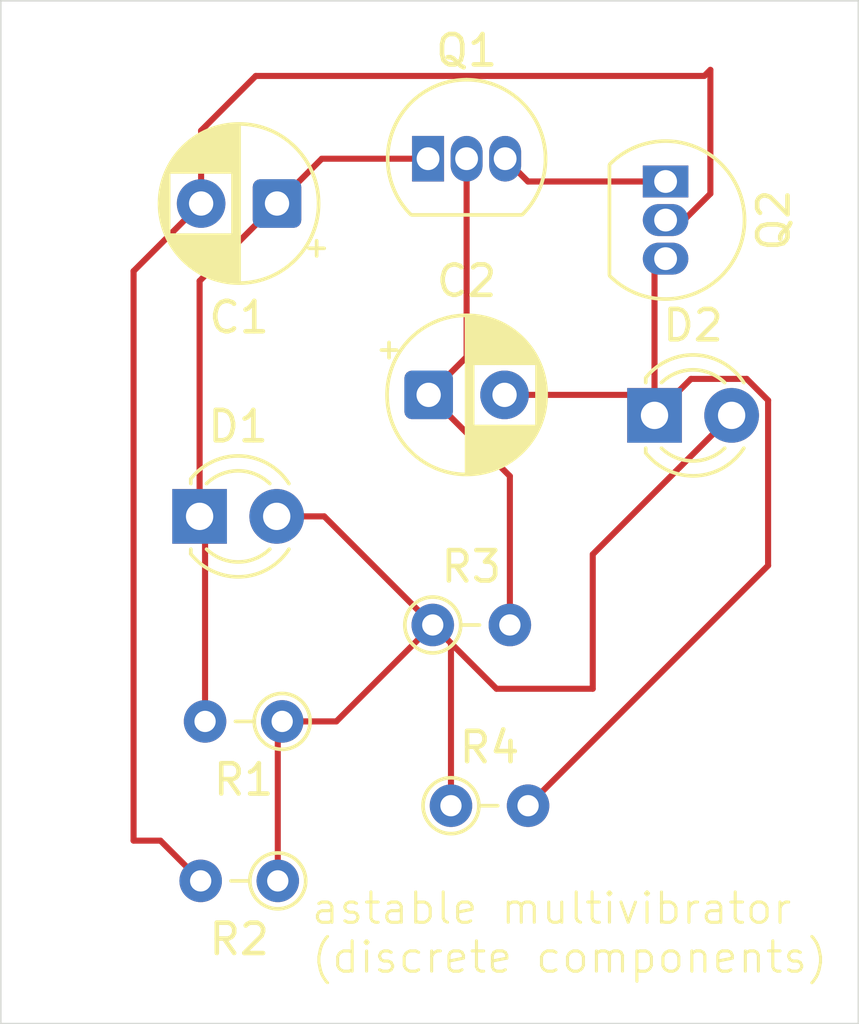
<source format=kicad_pcb>
(kicad_pcb (version 20241229) (generator "pcbnew") (generator_version "9.0")
  (layers (0 "F.Cu" signal) (2 "B.Cu" signal) (13 "F.Paste" user) (15 "B.Paste" user) (5 "F.SilkS" user "F.Silkscreen") (7 "B.SilkS" user "B.Silkscreen") (1 "F.Mask" user) (3 "B.Mask" user) (25 "Edge.Cuts" user))
  (net 0 "")
  (net 1 "+3.7v")
  (net 2 "Net-(D1-K)")
  (net 3 "Net-(Q2-B)")
  (net 4 "Net-(Q1-B)")
  (net 5 "Net-(D2-K)")
  (net 6 "GND")
  (footprint "Package_TO_SOT_THT:TO-92_Inline" (layer "F.Cu") (at 151.375 66.825 -90)
    (property "Reference" "Q2" (at 1.27 -3.56 90) (layer "F.SilkS"))
    (property "Value" "2N3904")
    (fp_line (start -0.53 1.85) (end 3.07 1.85) (stroke (width 0.12)) (layer "F.SilkS"))
    (fp_arc (start -0.568478 1.838478) (mid -1.132087 -0.994977) (end 1.27 -2.6) (stroke (width 0.12)) (layer "F.SilkS"))
    (fp_arc (start 1.27 -2.6) (mid 3.672087 -0.994977) (end 3.108478 1.838478) (stroke (width 0.12)) (layer "F.SilkS"))
    (pad "1" thru_hole rect (at 0 0 270) (size 1.05 1.5) (drill 0.75) (layers "*.Cu" "*.Mask") (net 6 "GND"))
    (pad "2" thru_hole oval (at 1.27 0 270) (size 1.05 1.5) (drill 0.75) (layers "*.Cu" "*.Mask") (net 3 "Net-(Q2-B)"))
    (pad "3" thru_hole oval (at 2.54 0 270) (size 1.05 1.5) (drill 0.75) (layers "*.Cu" "*.Mask") (net 5 "Net-(D2-K)"))
  )
  (footprint "Package_TO_SOT_THT:TO-92_Inline" (layer "F.Cu") (at 143.55 66.075)
    (property "Reference" "Q1" (at 1.27 -3.56 0) (layer "F.SilkS"))
    (property "Value" "2N3904")
    (fp_line (start -0.53 1.85) (end 3.07 1.85) (stroke (width 0.12)) (layer "F.SilkS"))
    (fp_arc (start -0.568478 1.838478) (mid -1.132087 -0.994977) (end 1.27 -2.6) (stroke (width 0.12)) (layer "F.SilkS"))
    (fp_arc (start 1.27 -2.6) (mid 3.672087 -0.994977) (end 3.108478 1.838478) (stroke (width 0.12)) (layer "F.SilkS"))
    (pad "1" thru_hole rect (at 0 0) (size 1.05 1.5) (drill 0.75) (layers "*.Cu" "*.Mask") (net 2 "Net-(D1-K)"))
    (pad "2" thru_hole oval (at 1.27 0) (size 1.05 1.5) (drill 0.75) (layers "*.Cu" "*.Mask") (net 4 "Net-(Q1-B)"))
    (pad "3" thru_hole oval (at 2.54 0) (size 1.05 1.5) (drill 0.75) (layers "*.Cu" "*.Mask") (net 6 "GND"))
  )
  (footprint "Resistor_THT:R_Axial_DIN0204_L3.6mm_D1.6mm_P2.54mm_Vertical" (layer "F.Cu") (at 138.745 84.6 180)
    (property "Reference" "R1" (at 1.27 -1.92 0) (layer "F.SilkS"))
    (property "Value" "1K")
    (fp_line (start 0.92 0) (end 1.54 0) (stroke (width 0.12)) (layer "F.SilkS"))
    (fp_circle (center 0 0) (end 0.92 0) (stroke (width 0.12)) (fill no) (layer "F.SilkS"))
    (pad "1" thru_hole circle (at 0 0 180) (size 1.4 1.4) (drill 0.7) (layers "*.Cu" "*.Mask") (net 1 "+3.7v"))
    (pad "2" thru_hole circle (at 2.54 0 180) (size 1.4 1.4) (drill 0.7) (layers "*.Cu" "*.Mask") (net 2 "Net-(D1-K)"))
  )
  (footprint "Resistor_THT:R_Axial_DIN0204_L3.6mm_D1.6mm_P2.54mm_Vertical" (layer "F.Cu") (at 143.705 81.425)
    (property "Reference" "R3" (at 1.27 -1.92 0) (layer "F.SilkS"))
    (property "Value" "5K")
    (fp_line (start 0.92 0) (end 1.54 0) (stroke (width 0.12)) (layer "F.SilkS"))
    (fp_circle (center 0 0) (end 0.92 0) (stroke (width 0.12)) (fill no) (layer "F.SilkS"))
    (pad "1" thru_hole circle (at 0 0) (size 1.4 1.4) (drill 0.7) (layers "*.Cu" "*.Mask") (net 1 "+3.7v"))
    (pad "2" thru_hole circle (at 2.54 0) (size 1.4 1.4) (drill 0.7) (layers "*.Cu" "*.Mask") (net 4 "Net-(Q1-B)"))
  )
  (footprint "LED_THT:LED_D3.0mm" (layer "F.Cu") (at 151.01 74.525)
    (property "Reference" "D2" (at 1.27 -2.96 0) (layer "F.SilkS"))
    (property "Value" "LED")
    (fp_line (start -0.29 -1.236) (end -0.29 -1.08) (stroke (width 0.12)) (layer "F.SilkS"))
    (fp_line (start -0.29 1.08) (end -0.29 1.236) (stroke (width 0.12)) (layer "F.SilkS"))
    (fp_arc (start -0.29 -1.235516) (mid 1.36566 -1.987699) (end 2.941437 -1.08) (stroke (width 0.12)) (layer "F.SilkS"))
    (fp_arc (start 0.229039 -1.08) (mid 1.27 -1.5) (end 2.310961 -1.08) (stroke (width 0.12)) (layer "F.SilkS"))
    (fp_arc (start 2.310961 1.08) (mid 1.27 1.5) (end 0.229039 1.08) (stroke (width 0.12)) (layer "F.SilkS"))
    (fp_arc (start 2.941437 1.08) (mid 1.36566 1.987699) (end -0.29 1.235516) (stroke (width 0.12)) (layer "F.SilkS"))
    (pad "1" thru_hole rect (at 0 0) (size 1.8 1.8) (drill 0.9) (layers "*.Cu" "*.Mask") (net 5 "Net-(D2-K)"))
    (pad "2" thru_hole circle (at 2.54 0) (size 1.8 1.8) (drill 0.9) (layers "*.Cu" "*.Mask") (net 1 "+3.7v"))
  )
  (footprint "LED_THT:LED_D3.0mm" (layer "F.Cu") (at 136.025 77.85)
    (property "Reference" "D1" (at 1.27 -2.96 0) (layer "F.SilkS"))
    (property "Value" "LED")
    (fp_line (start -0.29 -1.236) (end -0.29 -1.08) (stroke (width 0.12)) (layer "F.SilkS"))
    (fp_line (start -0.29 1.08) (end -0.29 1.236) (stroke (width 0.12)) (layer "F.SilkS"))
    (fp_arc (start -0.29 -1.235516) (mid 1.36566 -1.987699) (end 2.941437 -1.08) (stroke (width 0.12)) (layer "F.SilkS"))
    (fp_arc (start 0.229039 -1.08) (mid 1.27 -1.5) (end 2.310961 -1.08) (stroke (width 0.12)) (layer "F.SilkS"))
    (fp_arc (start 2.310961 1.08) (mid 1.27 1.5) (end 0.229039 1.08) (stroke (width 0.12)) (layer "F.SilkS"))
    (fp_arc (start 2.941437 1.08) (mid 1.36566 1.987699) (end -0.29 1.235516) (stroke (width 0.12)) (layer "F.SilkS"))
    (pad "1" thru_hole rect (at 0 0) (size 1.8 1.8) (drill 0.9) (layers "*.Cu" "*.Mask") (net 2 "Net-(D1-K)"))
    (pad "2" thru_hole circle (at 2.54 0) (size 1.8 1.8) (drill 0.9) (layers "*.Cu" "*.Mask") (net 1 "+3.7v"))
  )
  (footprint "Resistor_THT:R_Axial_DIN0204_L3.6mm_D1.6mm_P2.54mm_Vertical" (layer "F.Cu") (at 144.305 87.375)
    (property "Reference" "R4" (at 1.27 -1.92 0) (layer "F.SilkS"))
    (property "Value" "1K")
    (fp_line (start 0.92 0) (end 1.54 0) (stroke (width 0.12)) (layer "F.SilkS"))
    (fp_circle (center 0 0) (end 0.92 0) (stroke (width 0.12)) (fill no) (layer "F.SilkS"))
    (pad "1" thru_hole circle (at 0 0) (size 1.4 1.4) (drill 0.7) (layers "*.Cu" "*.Mask") (net 1 "+3.7v"))
    (pad "2" thru_hole circle (at 2.54 0) (size 1.4 1.4) (drill 0.7) (layers "*.Cu" "*.Mask") (net 5 "Net-(D2-K)"))
  )
  (footprint "Resistor_THT:R_Axial_DIN0204_L3.6mm_D1.6mm_P2.54mm_Vertical" (layer "F.Cu") (at 138.6 89.85 180)
    (property "Reference" "R2" (at 1.27 -1.92 0) (layer "F.SilkS"))
    (property "Value" "5K")
    (fp_line (start 0.92 0) (end 1.54 0) (stroke (width 0.12)) (layer "F.SilkS"))
    (fp_circle (center 0 0) (end 0.92 0) (stroke (width 0.12)) (fill no) (layer "F.SilkS"))
    (pad "1" thru_hole circle (at 0 0 180) (size 1.4 1.4) (drill 0.7) (layers "*.Cu" "*.Mask") (net 1 "+3.7v"))
    (pad "2" thru_hole circle (at 2.54 0 180) (size 1.4 1.4) (drill 0.7) (layers "*.Cu" "*.Mask") (net 3 "Net-(Q2-B)"))
  )
  (footprint "Capacitor_THT:CP_Radial_D5.0mm_P2.50mm" (layer "F.Cu") (at 143.569888 73.85)
    (property "Reference" "C2" (at 1.25 -3.75 0) (layer "F.SilkS"))
    (property "Value" "220uF")
    (fp_line (start -1.554775 -1.475) (end -1.054775 -1.475) (stroke (width 0.12)) (layer "F.SilkS"))
    (fp_line (start -1.304775 -1.725) (end -1.304775 -1.225) (stroke (width 0.12)) (layer "F.SilkS"))
    (fp_line (start 1.25 -2.58) (end 1.25 2.58) (stroke (width 0.12)) (layer "F.SilkS"))
    (fp_line (start 1.29 -2.58) (end 1.29 2.58) (stroke (width 0.12)) (layer "F.SilkS"))
    (fp_line (start 1.33 -2.579) (end 1.33 2.579) (stroke (width 0.12)) (layer "F.SilkS"))
    (fp_line (start 1.37 -2.577) (end 1.37 2.577) (stroke (width 0.12)) (layer "F.SilkS"))
    (fp_line (start 1.41 -2.575) (end 1.41 2.575) (stroke (width 0.12)) (layer "F.SilkS"))
    (fp_line (start 1.45 -2.572) (end 1.45 2.572) (stroke (width 0.12)) (layer "F.SilkS"))
    (fp_line (start 1.49 -2.569) (end 1.49 -1.04) (stroke (width 0.12)) (layer "F.SilkS"))
    (fp_line (start 1.49 1.04) (end 1.49 2.569) (stroke (width 0.12)) (layer "F.SilkS"))
    (fp_line (start 1.53 -2.565) (end 1.53 -1.04) (stroke (width 0.12)) (layer "F.SilkS"))
    (fp_line (start 1.53 1.04) (end 1.53 2.565) (stroke (width 0.12)) (layer "F.SilkS"))
    (fp_line (start 1.57 -2.56) (end 1.57 -1.04) (stroke (width 0.12)) (layer "F.SilkS"))
    (fp_line (start 1.57 1.04) (end 1.57 2.56) (stroke (width 0.12)) (layer "F.SilkS"))
    (fp_line (start 1.61 -2.555) (end 1.61 -1.04) (stroke (width 0.12)) (layer "F.SilkS"))
    (fp_line (start 1.61 1.04) (end 1.61 2.555) (stroke (width 0.12)) (layer "F.SilkS"))
    (fp_line (start 1.65 -2.549) (end 1.65 -1.04) (stroke (width 0.12)) (layer "F.SilkS"))
    (fp_line (start 1.65 1.04) (end 1.65 2.549) (stroke (width 0.12)) (layer "F.SilkS"))
    (fp_line (start 1.69 -2.543) (end 1.69 -1.04) (stroke (width 0.12)) (layer "F.SilkS"))
    (fp_line (start 1.69 1.04) (end 1.69 2.543) (stroke (width 0.12)) (layer "F.SilkS"))
    (fp_line (start 1.73 -2.536) (end 1.73 -1.04) (stroke (width 0.12)) (layer "F.SilkS"))
    (fp_line (start 1.73 1.04) (end 1.73 2.536) (stroke (width 0.12)) (layer "F.SilkS"))
    (fp_line (start 1.77 -2.528) (end 1.77 -1.04) (stroke (width 0.12)) (layer "F.SilkS"))
    (fp_line (start 1.77 1.04) (end 1.77 2.528) (stroke (width 0.12)) (layer "F.SilkS"))
    (fp_line (start 1.81 -2.519) (end 1.81 -1.04) (stroke (width 0.12)) (layer "F.SilkS"))
    (fp_line (start 1.81 1.04) (end 1.81 2.519) (stroke (width 0.12)) (layer "F.SilkS"))
    (fp_line (start 1.85 -2.51) (end 1.85 -1.04) (stroke (width 0.12)) (layer "F.SilkS"))
    (fp_line (start 1.85 1.04) (end 1.85 2.51) (stroke (width 0.12)) (layer "F.SilkS"))
    (fp_line (start 1.89 -2.501) (end 1.89 -1.04) (stroke (width 0.12)) (layer "F.SilkS"))
    (fp_line (start 1.89 1.04) (end 1.89 2.501) (stroke (width 0.12)) (layer "F.SilkS"))
    (fp_line (start 1.93 -2.49) (end 1.93 -1.04) (stroke (width 0.12)) (layer "F.SilkS"))
    (fp_line (start 1.93 1.04) (end 1.93 2.49) (stroke (width 0.12)) (layer "F.SilkS"))
    (fp_line (start 1.97 -2.479) (end 1.97 -1.04) (stroke (width 0.12)) (layer "F.SilkS"))
    (fp_line (start 1.97 1.04) (end 1.97 2.479) (stroke (width 0.12)) (layer "F.SilkS"))
    (fp_line (start 2.01 -2.467) (end 2.01 -1.04) (stroke (width 0.12)) (layer "F.SilkS"))
    (fp_line (start 2.01 1.04) (end 2.01 2.467) (stroke (width 0.12)) (layer "F.SilkS"))
    (fp_line (start 2.05 -2.455) (end 2.05 -1.04) (stroke (width 0.12)) (layer "F.SilkS"))
    (fp_line (start 2.05 1.04) (end 2.05 2.455) (stroke (width 0.12)) (layer "F.SilkS"))
    (fp_line (start 2.09 -2.442) (end 2.09 -1.04) (stroke (width 0.12)) (layer "F.SilkS"))
    (fp_line (start 2.09 1.04) (end 2.09 2.442) (stroke (width 0.12)) (layer "F.SilkS"))
    (fp_line (start 2.13 -2.428) (end 2.13 -1.04) (stroke (width 0.12)) (layer "F.SilkS"))
    (fp_line (start 2.13 1.04) (end 2.13 2.428) (stroke (width 0.12)) (layer "F.SilkS"))
    (fp_line (start 2.17 -2.413) (end 2.17 -1.04) (stroke (width 0.12)) (layer "F.SilkS"))
    (fp_line (start 2.17 1.04) (end 2.17 2.413) (stroke (width 0.12)) (layer "F.SilkS"))
    (fp_line (start 2.21 -2.398) (end 2.21 -1.04) (stroke (width 0.12)) (layer "F.SilkS"))
    (fp_line (start 2.21 1.04) (end 2.21 2.398) (stroke (width 0.12)) (layer "F.SilkS"))
    (fp_line (start 2.25 -2.382) (end 2.25 -1.04) (stroke (width 0.12)) (layer "F.SilkS"))
    (fp_line (start 2.25 1.04) (end 2.25 2.382) (stroke (width 0.12)) (layer "F.SilkS"))
    (fp_line (start 2.29 -2.365) (end 2.29 -1.04) (stroke (width 0.12)) (layer "F.SilkS"))
    (fp_line (start 2.29 1.04) (end 2.29 2.365) (stroke (width 0.12)) (layer "F.SilkS"))
    (fp_line (start 2.33 -2.347) (end 2.33 -1.04) (stroke (width 0.12)) (layer "F.SilkS"))
    (fp_line (start 2.33 1.04) (end 2.33 2.347) (stroke (width 0.12)) (layer "F.SilkS"))
    (fp_line (start 2.37 -2.329) (end 2.37 -1.04) (stroke (width 0.12)) (layer "F.SilkS"))
    (fp_line (start 2.37 1.04) (end 2.37 2.329) (stroke (width 0.12)) (layer "F.SilkS"))
    (fp_line (start 2.41 -2.309) (end 2.41 -1.04) (stroke (width 0.12)) (layer "F.SilkS"))
    (fp_line (start 2.41 1.04) (end 2.41 2.309) (stroke (width 0.12)) (layer "F.SilkS"))
    (fp_line (start 2.45 -2.289) (end 2.45 -1.04) (stroke (width 0.12)) (layer "F.SilkS"))
    (fp_line (start 2.45 1.04) (end 2.45 2.289) (stroke (width 0.12)) (layer "F.SilkS"))
    (fp_line (start 2.49 -2.268) (end 2.49 -1.04) (stroke (width 0.12)) (layer "F.SilkS"))
    (fp_line (start 2.49 1.04) (end 2.49 2.268) (stroke (width 0.12)) (layer "F.SilkS"))
    (fp_line (start 2.53 -2.246) (end 2.53 -1.04) (stroke (width 0.12)) (layer "F.SilkS"))
    (fp_line (start 2.53 1.04) (end 2.53 2.246) (stroke (width 0.12)) (layer "F.SilkS"))
    (fp_line (start 2.57 -2.223) (end 2.57 -1.04) (stroke (width 0.12)) (layer "F.SilkS"))
    (fp_line (start 2.57 1.04) (end 2.57 2.223) (stroke (width 0.12)) (layer "F.SilkS"))
    (fp_line (start 2.61 -2.199) (end 2.61 -1.04) (stroke (width 0.12)) (layer "F.SilkS"))
    (fp_line (start 2.61 1.04) (end 2.61 2.199) (stroke (width 0.12)) (layer "F.SilkS"))
    (fp_line (start 2.65 -2.175) (end 2.65 -1.04) (stroke (width 0.12)) (layer "F.SilkS"))
    (fp_line (start 2.65 1.04) (end 2.65 2.175) (stroke (width 0.12)) (layer "F.SilkS"))
    (fp_line (start 2.69 -2.149) (end 2.69 -1.04) (stroke (width 0.12)) (layer "F.SilkS"))
    (fp_line (start 2.69 1.04) (end 2.69 2.149) (stroke (width 0.12)) (layer "F.SilkS"))
    (fp_line (start 2.73 -2.122) (end 2.73 -1.04) (stroke (width 0.12)) (layer "F.SilkS"))
    (fp_line (start 2.73 1.04) (end 2.73 2.122) (stroke (width 0.12)) (layer "F.SilkS"))
    (fp_line (start 2.77 -2.094) (end 2.77 -1.04) (stroke (width 0.12)) (layer "F.SilkS"))
    (fp_line (start 2.77 1.04) (end 2.77 2.094) (stroke (width 0.12)) (layer "F.SilkS"))
    (fp_line (start 2.81 -2.065) (end 2.81 -1.04) (stroke (width 0.12)) (layer "F.SilkS"))
    (fp_line (start 2.81 1.04) (end 2.81 2.065) (stroke (width 0.12)) (layer "F.SilkS"))
    (fp_line (start 2.85 -2.035) (end 2.85 -1.04) (stroke (width 0.12)) (layer "F.SilkS"))
    (fp_line (start 2.85 1.04) (end 2.85 2.035) (stroke (width 0.12)) (layer "F.SilkS"))
    (fp_line (start 2.89 -2.003) (end 2.89 -1.04) (stroke (width 0.12)) (layer "F.SilkS"))
    (fp_line (start 2.89 1.04) (end 2.89 2.003) (stroke (width 0.12)) (layer "F.SilkS"))
    (fp_line (start 2.93 -1.97) (end 2.93 -1.04) (stroke (width 0.12)) (layer "F.SilkS"))
    (fp_line (start 2.93 1.04) (end 2.93 1.97) (stroke (width 0.12)) (layer "F.SilkS"))
    (fp_line (start 2.97 -1.936) (end 2.97 -1.04) (stroke (width 0.12)) (layer "F.SilkS"))
    (fp_line (start 2.97 1.04) (end 2.97 1.936) (stroke (width 0.12)) (layer "F.SilkS"))
    (fp_line (start 3.01 -1.901) (end 3.01 -1.04) (stroke (width 0.12)) (layer "F.SilkS"))
    (fp_line (start 3.01 1.04) (end 3.01 1.901) (stroke (width 0.12)) (layer "F.SilkS"))
    (fp_line (start 3.05 -1.864) (end 3.05 -1.04) (stroke (width 0.12)) (layer "F.SilkS"))
    (fp_line (start 3.05 1.04) (end 3.05 1.864) (stroke (width 0.12)) (layer "F.SilkS"))
    (fp_line (start 3.09 -1.825) (end 3.09 -1.04) (stroke (width 0.12)) (layer "F.SilkS"))
    (fp_line (start 3.09 1.04) (end 3.09 1.825) (stroke (width 0.12)) (layer "F.SilkS"))
    (fp_line (start 3.13 -1.785) (end 3.13 -1.04) (stroke (width 0.12)) (layer "F.SilkS"))
    (fp_line (start 3.13 1.04) (end 3.13 1.785) (stroke (width 0.12)) (layer "F.SilkS"))
    (fp_line (start 3.17 -1.743) (end 3.17 -1.04) (stroke (width 0.12)) (layer "F.SilkS"))
    (fp_line (start 3.17 1.04) (end 3.17 1.743) (stroke (width 0.12)) (layer "F.SilkS"))
    (fp_line (start 3.21 -1.699) (end 3.21 -1.04) (stroke (width 0.12)) (layer "F.SilkS"))
    (fp_line (start 3.21 1.04) (end 3.21 1.699) (stroke (width 0.12)) (layer "F.SilkS"))
    (fp_line (start 3.25 -1.652) (end 3.25 -1.04) (stroke (width 0.12)) (layer "F.SilkS"))
    (fp_line (start 3.25 1.04) (end 3.25 1.652) (stroke (width 0.12)) (layer "F.SilkS"))
    (fp_line (start 3.29 -1.604) (end 3.29 -1.04) (stroke (width 0.12)) (layer "F.SilkS"))
    (fp_line (start 3.29 1.04) (end 3.29 1.604) (stroke (width 0.12)) (layer "F.SilkS"))
    (fp_line (start 3.33 -1.553) (end 3.33 -1.04) (stroke (width 0.12)) (layer "F.SilkS"))
    (fp_line (start 3.33 1.04) (end 3.33 1.553) (stroke (width 0.12)) (layer "F.SilkS"))
    (fp_line (start 3.37 -1.499) (end 3.37 -1.04) (stroke (width 0.12)) (layer "F.SilkS"))
    (fp_line (start 3.37 1.04) (end 3.37 1.499) (stroke (width 0.12)) (layer "F.SilkS"))
    (fp_line (start 3.41 -1.443) (end 3.41 -1.04) (stroke (width 0.12)) (layer "F.SilkS"))
    (fp_line (start 3.41 1.04) (end 3.41 1.443) (stroke (width 0.12)) (layer "F.SilkS"))
    (fp_line (start 3.45 -1.383) (end 3.45 -1.04) (stroke (width 0.12)) (layer "F.SilkS"))
    (fp_line (start 3.45 1.04) (end 3.45 1.383) (stroke (width 0.12)) (layer "F.SilkS"))
    (fp_line (start 3.49 -1.319) (end 3.49 -1.04) (stroke (width 0.12)) (layer "F.SilkS"))
    (fp_line (start 3.49 1.04) (end 3.49 1.319) (stroke (width 0.12)) (layer "F.SilkS"))
    (fp_line (start 3.53 -1.251) (end 3.53 -1.04) (stroke (width 0.12)) (layer "F.SilkS"))
    (fp_line (start 3.53 1.04) (end 3.53 1.251) (stroke (width 0.12)) (layer "F.SilkS"))
    (fp_line (start 3.57 -1.177) (end 3.57 1.177) (stroke (width 0.12)) (layer "F.SilkS"))
    (fp_line (start 3.61 -1.098) (end 3.61 1.098) (stroke (width 0.12)) (layer "F.SilkS"))
    (fp_line (start 3.65 -1.011) (end 3.65 1.011) (stroke (width 0.12)) (layer "F.SilkS"))
    (fp_line (start 3.69 -0.914) (end 3.69 0.914) (stroke (width 0.12)) (layer "F.SilkS"))
    (fp_line (start 3.73 -0.805) (end 3.73 0.805) (stroke (width 0.12)) (layer "F.SilkS"))
    (fp_line (start 3.77 -0.677) (end 3.77 0.677) (stroke (width 0.12)) (layer "F.SilkS"))
    (fp_line (start 3.81 -0.517) (end 3.81 0.517) (stroke (width 0.12)) (layer "F.SilkS"))
    (fp_line (start 3.85 -0.283) (end 3.85 0.283) (stroke (width 0.12)) (layer "F.SilkS"))
    (fp_circle (center 1.25 0) (end 3.87 0) (stroke (width 0.12)) (fill no) (layer "F.SilkS"))
    (pad "1" thru_hole roundrect (at 0 0) (size 1.6 1.6) (drill 0.8) (layers "*.Cu" "*.Mask") (roundrect_rratio 0.15625) (net 4 "Net-(Q1-B)"))
    (pad "2" thru_hole circle (at 2.5 0) (size 1.6 1.6) (drill 0.8) (layers "*.Cu" "*.Mask") (net 5 "Net-(D2-K)"))
  )
  (footprint "Capacitor_THT:CP_Radial_D5.0mm_P2.50mm" (layer "F.Cu") (at 138.575 67.55 180)
    (property "Reference" "C1" (at 1.25 -3.75 0) (layer "F.SilkS"))
    (property "Value" "220uF")
    (fp_line (start 3.85 -0.283) (end 3.85 0.283) (stroke (width 0.12)) (layer "F.SilkS"))
    (fp_line (start 3.81 -0.517) (end 3.81 0.517) (stroke (width 0.12)) (layer "F.SilkS"))
    (fp_line (start 3.77 -0.677) (end 3.77 0.677) (stroke (width 0.12)) (layer "F.SilkS"))
    (fp_line (start 3.73 -0.805) (end 3.73 0.805) (stroke (width 0.12)) (layer "F.SilkS"))
    (fp_line (start 3.69 -0.914) (end 3.69 0.914) (stroke (width 0.12)) (layer "F.SilkS"))
    (fp_line (start 3.65 -1.011) (end 3.65 1.011) (stroke (width 0.12)) (layer "F.SilkS"))
    (fp_line (start 3.61 -1.098) (end 3.61 1.098) (stroke (width 0.12)) (layer "F.SilkS"))
    (fp_line (start 3.57 -1.177) (end 3.57 1.177) (stroke (width 0.12)) (layer "F.SilkS"))
    (fp_line (start 3.53 1.04) (end 3.53 1.251) (stroke (width 0.12)) (layer "F.SilkS"))
    (fp_line (start 3.53 -1.251) (end 3.53 -1.04) (stroke (width 0.12)) (layer "F.SilkS"))
    (fp_line (start 3.49 1.04) (end 3.49 1.319) (stroke (width 0.12)) (layer "F.SilkS"))
    (fp_line (start 3.49 -1.319) (end 3.49 -1.04) (stroke (width 0.12)) (layer "F.SilkS"))
    (fp_line (start 3.45 1.04) (end 3.45 1.383) (stroke (width 0.12)) (layer "F.SilkS"))
    (fp_line (start 3.45 -1.383) (end 3.45 -1.04) (stroke (width 0.12)) (layer "F.SilkS"))
    (fp_line (start 3.41 1.04) (end 3.41 1.443) (stroke (width 0.12)) (layer "F.SilkS"))
    (fp_line (start 3.41 -1.443) (end 3.41 -1.04) (stroke (width 0.12)) (layer "F.SilkS"))
    (fp_line (start 3.37 1.04) (end 3.37 1.499) (stroke (width 0.12)) (layer "F.SilkS"))
    (fp_line (start 3.37 -1.499) (end 3.37 -1.04) (stroke (width 0.12)) (layer "F.SilkS"))
    (fp_line (start 3.33 1.04) (end 3.33 1.553) (stroke (width 0.12)) (layer "F.SilkS"))
    (fp_line (start 3.33 -1.553) (end 3.33 -1.04) (stroke (width 0.12)) (layer "F.SilkS"))
    (fp_line (start 3.29 1.04) (end 3.29 1.604) (stroke (width 0.12)) (layer "F.SilkS"))
    (fp_line (start 3.29 -1.604) (end 3.29 -1.04) (stroke (width 0.12)) (layer "F.SilkS"))
    (fp_line (start 3.25 1.04) (end 3.25 1.652) (stroke (width 0.12)) (layer "F.SilkS"))
    (fp_line (start 3.25 -1.652) (end 3.25 -1.04) (stroke (width 0.12)) (layer "F.SilkS"))
    (fp_line (start 3.21 1.04) (end 3.21 1.699) (stroke (width 0.12)) (layer "F.SilkS"))
    (fp_line (start 3.21 -1.699) (end 3.21 -1.04) (stroke (width 0.12)) (layer "F.SilkS"))
    (fp_line (start 3.17 1.04) (end 3.17 1.743) (stroke (width 0.12)) (layer "F.SilkS"))
    (fp_line (start 3.17 -1.743) (end 3.17 -1.04) (stroke (width 0.12)) (layer "F.SilkS"))
    (fp_line (start 3.13 1.04) (end 3.13 1.785) (stroke (width 0.12)) (layer "F.SilkS"))
    (fp_line (start 3.13 -1.785) (end 3.13 -1.04) (stroke (width 0.12)) (layer "F.SilkS"))
    (fp_line (start 3.09 1.04) (end 3.09 1.825) (stroke (width 0.12)) (layer "F.SilkS"))
    (fp_line (start 3.09 -1.825) (end 3.09 -1.04) (stroke (width 0.12)) (layer "F.SilkS"))
    (fp_line (start 3.05 1.04) (end 3.05 1.864) (stroke (width 0.12)) (layer "F.SilkS"))
    (fp_line (start 3.05 -1.864) (end 3.05 -1.04) (stroke (width 0.12)) (layer "F.SilkS"))
    (fp_line (start 3.01 1.04) (end 3.01 1.901) (stroke (width 0.12)) (layer "F.SilkS"))
    (fp_line (start 3.01 -1.901) (end 3.01 -1.04) (stroke (width 0.12)) (layer "F.SilkS"))
    (fp_line (start 2.97 1.04) (end 2.97 1.936) (stroke (width 0.12)) (layer "F.SilkS"))
    (fp_line (start 2.97 -1.936) (end 2.97 -1.04) (stroke (width 0.12)) (layer "F.SilkS"))
    (fp_line (start 2.93 1.04) (end 2.93 1.97) (stroke (width 0.12)) (layer "F.SilkS"))
    (fp_line (start 2.93 -1.97) (end 2.93 -1.04) (stroke (width 0.12)) (layer "F.SilkS"))
    (fp_line (start 2.89 1.04) (end 2.89 2.003) (stroke (width 0.12)) (layer "F.SilkS"))
    (fp_line (start 2.89 -2.003) (end 2.89 -1.04) (stroke (width 0.12)) (layer "F.SilkS"))
    (fp_line (start 2.85 1.04) (end 2.85 2.035) (stroke (width 0.12)) (layer "F.SilkS"))
    (fp_line (start 2.85 -2.035) (end 2.85 -1.04) (stroke (width 0.12)) (layer "F.SilkS"))
    (fp_line (start 2.81 1.04) (end 2.81 2.065) (stroke (width 0.12)) (layer "F.SilkS"))
    (fp_line (start 2.81 -2.065) (end 2.81 -1.04) (stroke (width 0.12)) (layer "F.SilkS"))
    (fp_line (start 2.77 1.04) (end 2.77 2.094) (stroke (width 0.12)) (layer "F.SilkS"))
    (fp_line (start 2.77 -2.094) (end 2.77 -1.04) (stroke (width 0.12)) (layer "F.SilkS"))
    (fp_line (start 2.73 1.04) (end 2.73 2.122) (stroke (width 0.12)) (layer "F.SilkS"))
    (fp_line (start 2.73 -2.122) (end 2.73 -1.04) (stroke (width 0.12)) (layer "F.SilkS"))
    (fp_line (start 2.69 1.04) (end 2.69 2.149) (stroke (width 0.12)) (layer "F.SilkS"))
    (fp_line (start 2.69 -2.149) (end 2.69 -1.04) (stroke (width 0.12)) (layer "F.SilkS"))
    (fp_line (start 2.65 1.04) (end 2.65 2.175) (stroke (width 0.12)) (layer "F.SilkS"))
    (fp_line (start 2.65 -2.175) (end 2.65 -1.04) (stroke (width 0.12)) (layer "F.SilkS"))
    (fp_line (start 2.61 1.04) (end 2.61 2.199) (stroke (width 0.12)) (layer "F.SilkS"))
    (fp_line (start 2.61 -2.199) (end 2.61 -1.04) (stroke (width 0.12)) (layer "F.SilkS"))
    (fp_line (start 2.57 1.04) (end 2.57 2.223) (stroke (width 0.12)) (layer "F.SilkS"))
    (fp_line (start 2.57 -2.223) (end 2.57 -1.04) (stroke (width 0.12)) (layer "F.SilkS"))
    (fp_line (start 2.53 1.04) (end 2.53 2.246) (stroke (width 0.12)) (layer "F.SilkS"))
    (fp_line (start 2.53 -2.246) (end 2.53 -1.04) (stroke (width 0.12)) (layer "F.SilkS"))
    (fp_line (start 2.49 1.04) (end 2.49 2.268) (stroke (width 0.12)) (layer "F.SilkS"))
    (fp_line (start 2.49 -2.268) (end 2.49 -1.04) (stroke (width 0.12)) (layer "F.SilkS"))
    (fp_line (start 2.45 1.04) (end 2.45 2.289) (stroke (width 0.12)) (layer "F.SilkS"))
    (fp_line (start 2.45 -2.289) (end 2.45 -1.04) (stroke (width 0.12)) (layer "F.SilkS"))
    (fp_line (start 2.41 1.04) (end 2.41 2.309) (stroke (width 0.12)) (layer "F.SilkS"))
    (fp_line (start 2.41 -2.309) (end 2.41 -1.04) (stroke (width 0.12)) (layer "F.SilkS"))
    (fp_line (start 2.37 1.04) (end 2.37 2.329) (stroke (width 0.12)) (layer "F.SilkS"))
    (fp_line (start 2.37 -2.329) (end 2.37 -1.04) (stroke (width 0.12)) (layer "F.SilkS"))
    (fp_line (start 2.33 1.04) (end 2.33 2.347) (stroke (width 0.12)) (layer "F.SilkS"))
    (fp_line (start 2.33 -2.347) (end 2.33 -1.04) (stroke (width 0.12)) (layer "F.SilkS"))
    (fp_line (start 2.29 1.04) (end 2.29 2.365) (stroke (width 0.12)) (layer "F.SilkS"))
    (fp_line (start 2.29 -2.365) (end 2.29 -1.04) (stroke (width 0.12)) (layer "F.SilkS"))
    (fp_line (start 2.25 1.04) (end 2.25 2.382) (stroke (width 0.12)) (layer "F.SilkS"))
    (fp_line (start 2.25 -2.382) (end 2.25 -1.04) (stroke (width 0.12)) (layer "F.SilkS"))
    (fp_line (start 2.21 1.04) (end 2.21 2.398) (stroke (width 0.12)) (layer "F.SilkS"))
    (fp_line (start 2.21 -2.398) (end 2.21 -1.04) (stroke (width 0.12)) (layer "F.SilkS"))
    (fp_line (start 2.17 1.04) (end 2.17 2.413) (stroke (width 0.12)) (layer "F.SilkS"))
    (fp_line (start 2.17 -2.413) (end 2.17 -1.04) (stroke (width 0.12)) (layer "F.SilkS"))
    (fp_line (start 2.13 1.04) (end 2.13 2.428) (stroke (width 0.12)) (layer "F.SilkS"))
    (fp_line (start 2.13 -2.428) (end 2.13 -1.04) (stroke (width 0.12)) (layer "F.SilkS"))
    (fp_line (start 2.09 1.04) (end 2.09 2.442) (stroke (width 0.12)) (layer "F.SilkS"))
    (fp_line (start 2.09 -2.442) (end 2.09 -1.04) (stroke (width 0.12)) (layer "F.SilkS"))
    (fp_line (start 2.05 1.04) (end 2.05 2.455) (stroke (width 0.12)) (layer "F.SilkS"))
    (fp_line (start 2.05 -2.455) (end 2.05 -1.04) (stroke (width 0.12)) (layer "F.SilkS"))
    (fp_line (start 2.01 1.04) (end 2.01 2.467) (stroke (width 0.12)) (layer "F.SilkS"))
    (fp_line (start 2.01 -2.467) (end 2.01 -1.04) (stroke (width 0.12)) (layer "F.SilkS"))
    (fp_line (start 1.97 1.04) (end 1.97 2.479) (stroke (width 0.12)) (layer "F.SilkS"))
    (fp_line (start 1.97 -2.479) (end 1.97 -1.04) (stroke (width 0.12)) (layer "F.SilkS"))
    (fp_line (start 1.93 1.04) (end 1.93 2.49) (stroke (width 0.12)) (layer "F.SilkS"))
    (fp_line (start 1.93 -2.49) (end 1.93 -1.04) (stroke (width 0.12)) (layer "F.SilkS"))
    (fp_line (start 1.89 1.04) (end 1.89 2.501) (stroke (width 0.12)) (layer "F.SilkS"))
    (fp_line (start 1.89 -2.501) (end 1.89 -1.04) (stroke (width 0.12)) (layer "F.SilkS"))
    (fp_line (start 1.85 1.04) (end 1.85 2.51) (stroke (width 0.12)) (layer "F.SilkS"))
    (fp_line (start 1.85 -2.51) (end 1.85 -1.04) (stroke (width 0.12)) (layer "F.SilkS"))
    (fp_line (start 1.81 1.04) (end 1.81 2.519) (stroke (width 0.12)) (layer "F.SilkS"))
    (fp_line (start 1.81 -2.519) (end 1.81 -1.04) (stroke (width 0.12)) (layer "F.SilkS"))
    (fp_line (start 1.77 1.04) (end 1.77 2.528) (stroke (width 0.12)) (layer "F.SilkS"))
    (fp_line (start 1.77 -2.528) (end 1.77 -1.04) (stroke (width 0.12)) (layer "F.SilkS"))
    (fp_line (start 1.73 1.04) (end 1.73 2.536) (stroke (width 0.12)) (layer "F.SilkS"))
    (fp_line (start 1.73 -2.536) (end 1.73 -1.04) (stroke (width 0.12)) (layer "F.SilkS"))
    (fp_line (start 1.69 1.04) (end 1.69 2.543) (stroke (width 0.12)) (layer "F.SilkS"))
    (fp_line (start 1.69 -2.543) (end 1.69 -1.04) (stroke (width 0.12)) (layer "F.SilkS"))
    (fp_line (start 1.65 1.04) (end 1.65 2.549) (stroke (width 0.12)) (layer "F.SilkS"))
    (fp_line (start 1.65 -2.549) (end 1.65 -1.04) (stroke (width 0.12)) (layer "F.SilkS"))
    (fp_line (start 1.61 1.04) (end 1.61 2.555) (stroke (width 0.12)) (layer "F.SilkS"))
    (fp_line (start 1.61 -2.555) (end 1.61 -1.04) (stroke (width 0.12)) (layer "F.SilkS"))
    (fp_line (start 1.57 1.04) (end 1.57 2.56) (stroke (width 0.12)) (layer "F.SilkS"))
    (fp_line (start 1.57 -2.56) (end 1.57 -1.04) (stroke (width 0.12)) (layer "F.SilkS"))
    (fp_line (start 1.53 1.04) (end 1.53 2.565) (stroke (width 0.12)) (layer "F.SilkS"))
    (fp_line (start 1.53 -2.565) (end 1.53 -1.04) (stroke (width 0.12)) (layer "F.SilkS"))
    (fp_line (start 1.49 1.04) (end 1.49 2.569) (stroke (width 0.12)) (layer "F.SilkS"))
    (fp_line (start 1.49 -2.569) (end 1.49 -1.04) (stroke (width 0.12)) (layer "F.SilkS"))
    (fp_line (start 1.45 -2.572) (end 1.45 2.572) (stroke (width 0.12)) (layer "F.SilkS"))
    (fp_line (start 1.41 -2.575) (end 1.41 2.575) (stroke (width 0.12)) (layer "F.SilkS"))
    (fp_line (start 1.37 -2.577) (end 1.37 2.577) (stroke (width 0.12)) (layer "F.SilkS"))
    (fp_line (start 1.33 -2.579) (end 1.33 2.579) (stroke (width 0.12)) (layer "F.SilkS"))
    (fp_line (start 1.29 -2.58) (end 1.29 2.58) (stroke (width 0.12)) (layer "F.SilkS"))
    (fp_line (start 1.25 -2.58) (end 1.25 2.58) (stroke (width 0.12)) (layer "F.SilkS"))
    (fp_line (start -1.304775 -1.725) (end -1.304775 -1.225) (stroke (width 0.12)) (layer "F.SilkS"))
    (fp_line (start -1.554775 -1.475) (end -1.054775 -1.475) (stroke (width 0.12)) (layer "F.SilkS"))
    (fp_circle (center 1.25 0) (end 3.87 0) (stroke (width 0.12)) (fill no) (layer "F.SilkS"))
    (pad "1" thru_hole roundrect (at 0 0 180) (size 1.6 1.6) (drill 0.8) (layers "*.Cu" "*.Mask") (roundrect_rratio 0.15625) (net 2 "Net-(D1-K)"))
    (pad "2" thru_hole circle (at 2.5 0 180) (size 1.6 1.6) (drill 0.8) (layers "*.Cu" "*.Mask") (net 3 "Net-(Q2-B)"))
  )
  (gr_rect (start 129.475 60.875) (end 157.725 94.55) (stroke (width 0.05)) (fill no) (layer "Edge.Cuts"))
  (gr_text "astable multivibrator\n(discrete components)" (at 139.65 92.95 0) (layer "F.SilkS") (effects (font (size 1 1) (thickness 0.1)) (justify left bottom)))
  (segment (start 138.6 89.85) (end 138.6 84.745) (width 0.2) (layer "F.Cu") (net 1))
  (segment (start 138.6 84.745) (end 138.745 84.6) (width 0.2) (layer "F.Cu") (net 1))
  (segment (start 144.305 82.025) (end 143.705 81.425) (width 0.2) (layer "F.Cu") (net 1))
  (segment (start 140.13 77.85) (end 143.705 81.425) (width 0.2) (layer "F.Cu") (net 1))
  (segment (start 140.53 84.6) (end 143.705 81.425) (width 0.2) (layer "F.Cu") (net 1))
  (segment (start 144.305 87.375) (end 144.305 82.025) (width 0.2) (layer "F.Cu") (net 1))
  (segment (start 148.975 79.1) (end 153.55 74.525) (width 0.2) (layer "F.Cu") (net 1))
  (segment (start 145.805 83.525) (end 148.975 83.525) (width 0.2) (layer "F.Cu") (net 1))
  (segment (start 138.565 77.85) (end 140.13 77.85) (width 0.2) (layer "F.Cu") (net 1))
  (segment (start 143.705 81.425) (end 145.805 83.525) (width 0.2) (layer "F.Cu") (net 1))
  (segment (start 138.745 84.6) (end 140.53 84.6) (width 0.2) (layer "F.Cu") (net 1))
  (segment (start 148.975 83.525) (end 148.975 79.1) (width 0.2) (layer "F.Cu") (net 1))
  (segment (start 136.025 77.85) (end 136.025 70.1) (width 0.2) (layer "F.Cu") (net 2))
  (segment (start 136.205 78.03) (end 136.025 77.85) (width 0.2) (layer "F.Cu") (net 2))
  (segment (start 136.205 84.6) (end 136.205 78.03) (width 0.2) (layer "F.Cu") (net 2))
  (segment (start 140.05 66.075) (end 138.575 67.55) (width 0.2) (layer "F.Cu") (net 2))
  (segment (start 136.025 70.1) (end 138.575 67.55) (width 0.2) (layer "F.Cu") (net 2))
  (segment (start 143.55 66.075) (end 140.05 66.075) (width 0.2) (layer "F.Cu") (net 2))
  (segment (start 152.85 63.15) (end 152.85 67.227) (width 0.2) (layer "F.Cu") (net 3))
  (segment (start 152.65 63.35) (end 152.85 63.15) (width 0.2) (layer "F.Cu") (net 3))
  (segment (start 137.875 63.35) (end 152.65 63.35) (width 0.2) (layer "F.Cu") (net 3))
  (segment (start 151.982 68.095) (end 151.375 68.095) (width 0.2) (layer "F.Cu") (net 3))
  (segment (start 136.075 65.15) (end 137.875 63.35) (width 0.2) (layer "F.Cu") (net 3))
  (segment (start 133.85 69.775) (end 133.85 88.525) (width 0.2) (layer "F.Cu") (net 3))
  (segment (start 133.85 88.525) (end 134.735 88.525) (width 0.2) (layer "F.Cu") (net 3))
  (segment (start 136.075 67.55) (end 136.075 65.15) (width 0.2) (layer "F.Cu") (net 3))
  (segment (start 136.075 67.55) (end 133.85 69.775) (width 0.2) (layer "F.Cu") (net 3))
  (segment (start 152.85 67.227) (end 151.982 68.095) (width 0.2) (layer "F.Cu") (net 3))
  (segment (start 134.735 88.525) (end 136.06 89.85) (width 0.2) (layer "F.Cu") (net 3))
  (segment (start 144.82 72.599888) (end 143.569888 73.85) (width 0.2) (layer "F.Cu") (net 4))
  (segment (start 146.245 81.425) (end 146.245 76.525112) (width 0.2) (layer "F.Cu") (net 4))
  (segment (start 144.82 66.075) (end 144.82 72.599888) (width 0.2) (layer "F.Cu") (net 4))
  (segment (start 146.245 76.525112) (end 143.569888 73.85) (width 0.2) (layer "F.Cu") (net 4))
  (segment (start 152.211 73.324) (end 151.01 74.525) (width 0.2) (layer "F.Cu") (net 5))
  (segment (start 151.01 74.525) (end 151.01 69.73) (width 0.2) (layer "F.Cu") (net 5))
  (segment (start 146.069888 73.85) (end 150.335 73.85) (width 0.2) (layer "F.Cu") (net 5))
  (segment (start 151.01 69.73) (end 151.375 69.365) (width 0.2) (layer "F.Cu") (net 5))
  (segment (start 154.751 79.469) (end 154.751 74.027529) (width 0.2) (layer "F.Cu") (net 5))
  (segment (start 154.751 74.027529) (end 154.047471 73.324) (width 0.2) (layer "F.Cu") (net 5))
  (segment (start 154.047471 73.324) (end 152.211 73.324) (width 0.2) (layer "F.Cu") (net 5))
  (segment (start 150.335 73.85) (end 151.01 74.525) (width 0.2) (layer "F.Cu") (net 5))
  (segment (start 146.845 87.375) (end 154.751 79.469) (width 0.2) (layer "F.Cu") (net 5))
  (segment (start 146.84 66.825) (end 146.09 66.075) (width 0.2) (layer "F.Cu") (net 6))
  (segment (start 151.375 66.825) (end 146.84 66.825) (width 0.2) (layer "F.Cu") (net 6))
)
</source>
